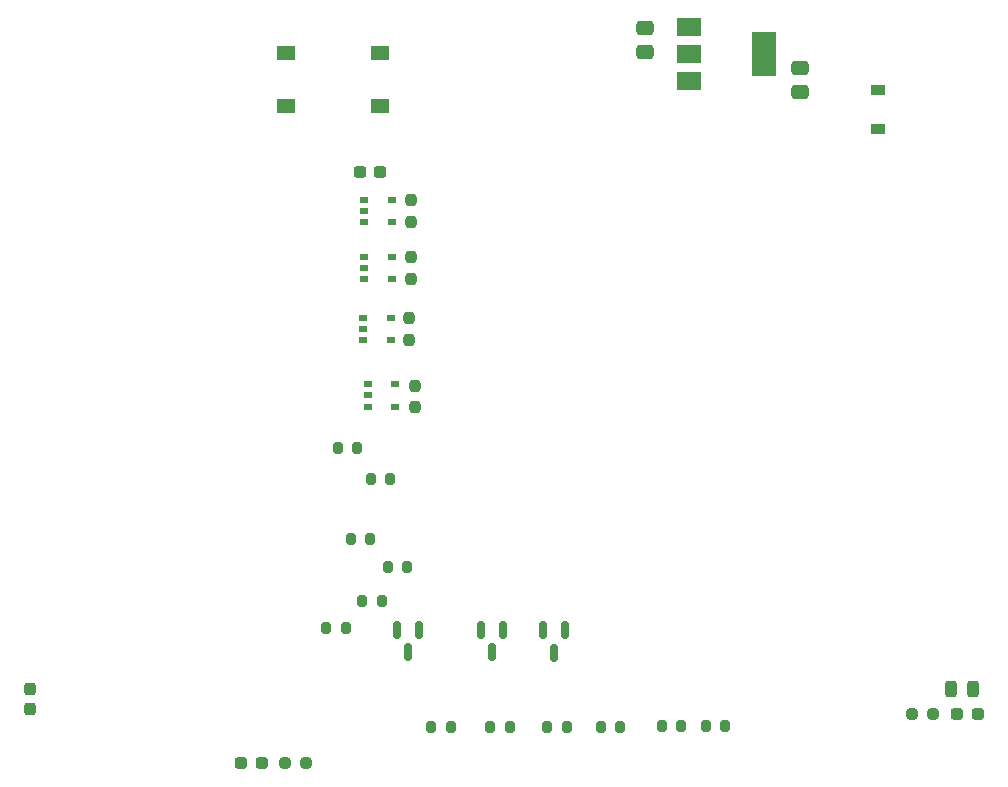
<source format=gbr>
%TF.GenerationSoftware,KiCad,Pcbnew,7.0.7*%
%TF.CreationDate,2023-09-23T02:22:54-04:00*%
%TF.ProjectId,WingsStation,57696e67-7353-4746-9174-696f6e2e6b69,v1*%
%TF.SameCoordinates,Original*%
%TF.FileFunction,Paste,Top*%
%TF.FilePolarity,Positive*%
%FSLAX46Y46*%
G04 Gerber Fmt 4.6, Leading zero omitted, Abs format (unit mm)*
G04 Created by KiCad (PCBNEW 7.0.7) date 2023-09-23 02:22:54*
%MOMM*%
%LPD*%
G01*
G04 APERTURE LIST*
G04 Aperture macros list*
%AMRoundRect*
0 Rectangle with rounded corners*
0 $1 Rounding radius*
0 $2 $3 $4 $5 $6 $7 $8 $9 X,Y pos of 4 corners*
0 Add a 4 corners polygon primitive as box body*
4,1,4,$2,$3,$4,$5,$6,$7,$8,$9,$2,$3,0*
0 Add four circle primitives for the rounded corners*
1,1,$1+$1,$2,$3*
1,1,$1+$1,$4,$5*
1,1,$1+$1,$6,$7*
1,1,$1+$1,$8,$9*
0 Add four rect primitives between the rounded corners*
20,1,$1+$1,$2,$3,$4,$5,0*
20,1,$1+$1,$4,$5,$6,$7,0*
20,1,$1+$1,$6,$7,$8,$9,0*
20,1,$1+$1,$8,$9,$2,$3,0*%
G04 Aperture macros list end*
%ADD10RoundRect,0.243750X0.243750X0.456250X-0.243750X0.456250X-0.243750X-0.456250X0.243750X-0.456250X0*%
%ADD11RoundRect,0.200000X0.200000X0.275000X-0.200000X0.275000X-0.200000X-0.275000X0.200000X-0.275000X0*%
%ADD12RoundRect,0.150000X-0.150000X0.587500X-0.150000X-0.587500X0.150000X-0.587500X0.150000X0.587500X0*%
%ADD13RoundRect,0.250000X0.475000X-0.337500X0.475000X0.337500X-0.475000X0.337500X-0.475000X-0.337500X0*%
%ADD14RoundRect,0.237500X-0.250000X-0.237500X0.250000X-0.237500X0.250000X0.237500X-0.250000X0.237500X0*%
%ADD15RoundRect,0.237500X-0.287500X-0.237500X0.287500X-0.237500X0.287500X0.237500X-0.287500X0.237500X0*%
%ADD16RoundRect,0.237500X0.300000X0.237500X-0.300000X0.237500X-0.300000X-0.237500X0.300000X-0.237500X0*%
%ADD17R,1.200000X0.900000*%
%ADD18RoundRect,0.237500X-0.237500X0.250000X-0.237500X-0.250000X0.237500X-0.250000X0.237500X0.250000X0*%
%ADD19R,2.000000X1.500000*%
%ADD20R,2.000000X3.800000*%
%ADD21R,0.700000X0.510000*%
%ADD22R,1.550000X1.300000*%
%ADD23RoundRect,0.237500X0.287500X0.237500X-0.287500X0.237500X-0.287500X-0.237500X0.287500X-0.237500X0*%
%ADD24RoundRect,0.237500X-0.237500X0.300000X-0.237500X-0.300000X0.237500X-0.300000X0.237500X0.300000X0*%
G04 APERTURE END LIST*
D10*
%TO.C,F5*%
X-75428700Y-10064300D03*
X-77303700Y-10064300D03*
%TD*%
D11*
%TO.C,R19*%
X-123341200Y235700D03*
X-124991200Y235700D03*
%TD*%
%TO.C,R18*%
X-126491200Y2585700D03*
X-128141200Y2585700D03*
%TD*%
%TO.C,R17*%
X-109841200Y-13264300D03*
X-111491200Y-13264300D03*
%TD*%
%TO.C,R16*%
X-105291200Y-13264300D03*
X-106941200Y-13264300D03*
%TD*%
%TO.C,R14*%
X-128553200Y-4924300D03*
X-130203200Y-4924300D03*
%TD*%
%TO.C,R13*%
X-127141200Y-2638300D03*
X-125491200Y-2638300D03*
%TD*%
%TO.C,R12*%
X-119663200Y-13306300D03*
X-121313200Y-13306300D03*
%TD*%
%TO.C,R6*%
X-124791200Y7685700D03*
X-126441200Y7685700D03*
%TD*%
%TO.C,R5*%
X-129241200Y10335700D03*
X-127591200Y10335700D03*
%TD*%
%TO.C,R4*%
X-101791200Y-13214300D03*
X-100141200Y-13214300D03*
%TD*%
%TO.C,R3*%
X-96441200Y-13214300D03*
X-98091200Y-13214300D03*
%TD*%
%TO.C,R2*%
X-116296200Y-13314300D03*
X-114646200Y-13314300D03*
%TD*%
D12*
%TO.C,D6*%
X-122332200Y-5081300D03*
X-124232200Y-5081300D03*
X-123282200Y-6956300D03*
%TD*%
%TO.C,D5*%
X-116170200Y-6956300D03*
X-117120200Y-5081300D03*
X-115220200Y-5081300D03*
%TD*%
%TO.C,D3*%
X-110916200Y-7001800D03*
X-111866200Y-5126800D03*
X-109966200Y-5126800D03*
%TD*%
D13*
%TO.C,C1*%
X-90116200Y40448200D03*
X-90116200Y42523200D03*
%TD*%
%TO.C,C2*%
X-103216200Y43833200D03*
X-103216200Y45908200D03*
%TD*%
D14*
%TO.C,R1*%
X-80628700Y-12214300D03*
X-78803700Y-12214300D03*
%TD*%
D15*
%TO.C,D2*%
X-76791200Y-12214300D03*
X-75041200Y-12214300D03*
%TD*%
D16*
%TO.C,C3*%
X-125653700Y33685700D03*
X-127378700Y33685700D03*
%TD*%
D17*
%TO.C,D1*%
X-83516200Y40635700D03*
X-83516200Y37335700D03*
%TD*%
D18*
%TO.C,R7*%
X-122716200Y15598200D03*
X-122716200Y13773200D03*
%TD*%
%TO.C,R8*%
X-123016200Y26498200D03*
X-123016200Y24673200D03*
%TD*%
%TO.C,R10*%
X-123016200Y31298200D03*
X-123016200Y29473200D03*
%TD*%
D19*
%TO.C,U2*%
X-99466200Y45970700D03*
D20*
X-93166200Y43670700D03*
D19*
X-99466200Y43670700D03*
X-99466200Y41370700D03*
%TD*%
D21*
%TO.C,U4*%
X-126676200Y15735700D03*
X-126676200Y14785700D03*
X-126676200Y13835700D03*
X-124356200Y13835700D03*
X-124356200Y15735700D03*
%TD*%
D18*
%TO.C,R9*%
X-123216200Y21298200D03*
X-123216200Y19473200D03*
%TD*%
D22*
%TO.C,SW4*%
X-125657200Y39307700D03*
X-133607200Y39307700D03*
X-133607200Y43807700D03*
X-125657200Y43807700D03*
%TD*%
D21*
%TO.C,U6*%
X-127076200Y21335700D03*
X-127076200Y20385700D03*
X-127076200Y19435700D03*
X-124756200Y19435700D03*
X-124756200Y21335700D03*
%TD*%
D23*
%TO.C,D4*%
X-135641200Y-16314300D03*
X-137391200Y-16314300D03*
%TD*%
D14*
%TO.C,R11*%
X-133728700Y-16314300D03*
X-131903700Y-16314300D03*
%TD*%
D21*
%TO.C,U7*%
X-126976200Y31335700D03*
X-126976200Y30385700D03*
X-126976200Y29435700D03*
X-124656200Y29435700D03*
X-124656200Y31335700D03*
%TD*%
D24*
%TO.C,C5*%
X-155316200Y-10051800D03*
X-155316200Y-11776800D03*
%TD*%
D21*
%TO.C,U5*%
X-126976200Y26535700D03*
X-126976200Y25585700D03*
X-126976200Y24635700D03*
X-124656200Y24635700D03*
X-124656200Y26535700D03*
%TD*%
M02*

</source>
